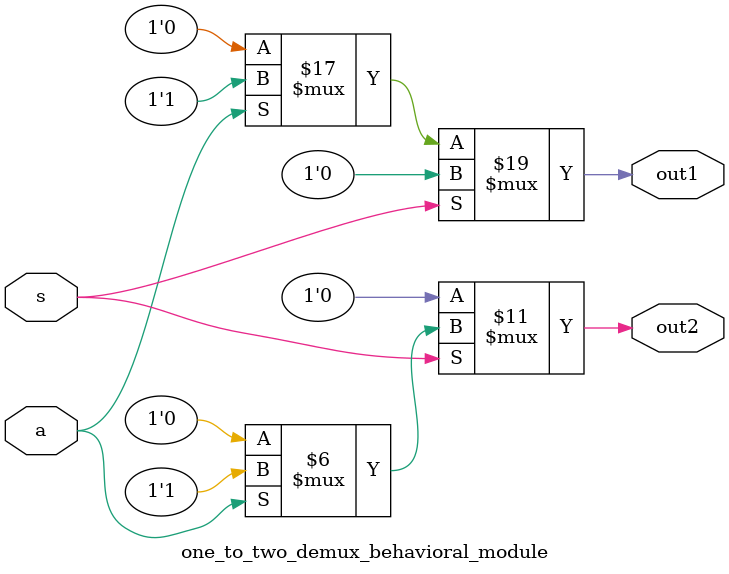
<source format=v>

module one_to_two_demux_behavioral_module (a, s, out1, out2);
	input a;
	input s;	
	output out1, out2;
	reg out1, out2;
	
	always@(a or s)
	begin
		if (s == 1'b0)
		begin
			if(a == 1'b0)
			begin
				out1 <= 1'b0;
				out2 <= 1'b0;
			end
			else
			begin
				out1 <= 1'b1;
				out2 <= 1'b0;
			end
		end
		else
		begin
			if(a == 1'b0)
			begin
				out1 <= 1'b0;
				out2 <= 1'b0;
			end
			else
			begin
				out1 <= 1'b0;
				out2 <= 1'b1;
			end
		end	
	end

endmodule

</source>
